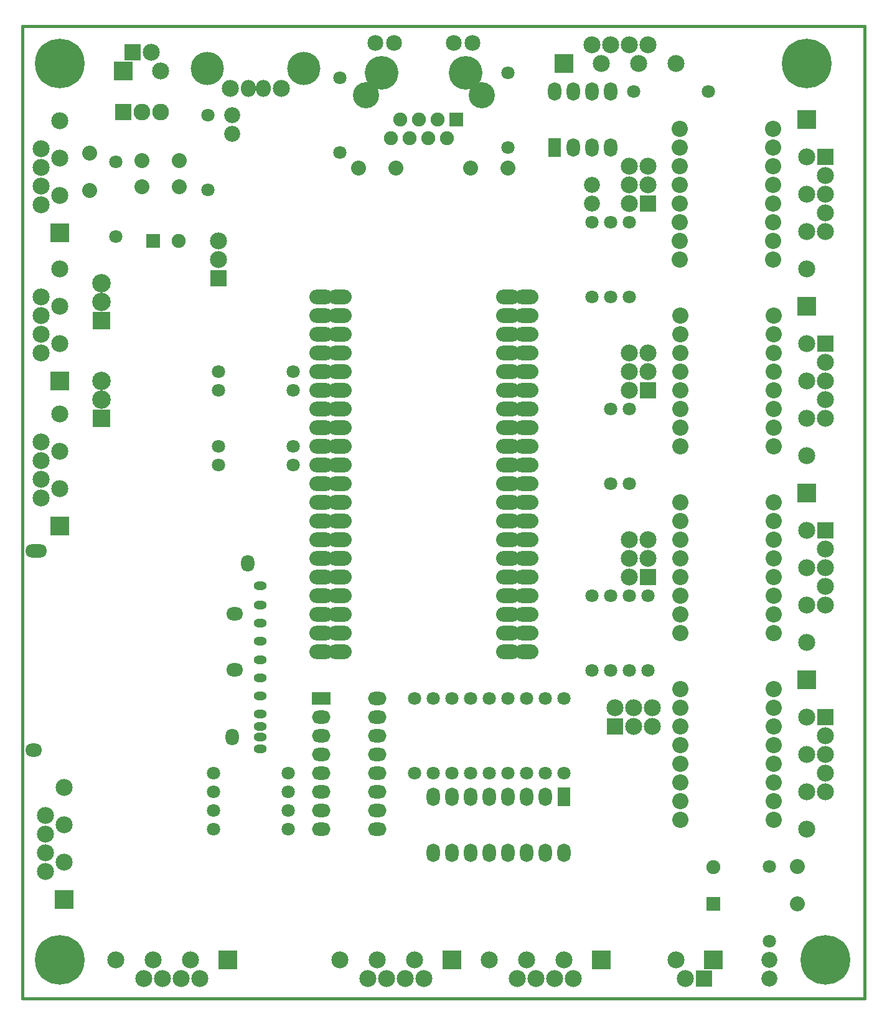
<source format=gts>
G04 (created by PCBNEW-RS274X (2011-07-09 BZR 3046)-testing) date Thu 14 Jul 2011 07:11:13 PM CEST*
G01*
G70*
G90*
%MOIN*%
G04 Gerber Fmt 3.4, Leading zero omitted, Abs format*
%FSLAX34Y34*%
G04 APERTURE LIST*
%ADD10C,0.006000*%
%ADD11C,0.015000*%
%ADD12C,0.086900*%
%ADD13R,0.098700X0.098700*%
%ADD14C,0.090900*%
%ADD15R,0.071200X0.098700*%
%ADD16O,0.071200X0.098700*%
%ADD17R,0.098700X0.071200*%
%ADD18O,0.098700X0.071200*%
%ADD19O,0.079100X0.090900*%
%ADD20C,0.177500*%
%ADD21R,0.090900X0.090900*%
%ADD22C,0.266100*%
%ADD23O,0.126300X0.079100*%
%ADD24C,0.071200*%
%ADD25C,0.180000*%
%ADD26R,0.075000X0.075000*%
%ADD27C,0.075000*%
%ADD28C,0.140000*%
%ADD29C,0.085000*%
%ADD30C,0.080000*%
%ADD31C,0.086000*%
%ADD32C,0.090000*%
%ADD33R,0.090000X0.090000*%
%ADD34C,0.098700*%
%ADD35R,0.094800X0.094800*%
%ADD36O,0.070000X0.047600*%
%ADD37O,0.070900X0.090400*%
%ADD38O,0.090400X0.070900*%
%ADD39O,0.117800X0.070900*%
G04 APERTURE END LIST*
G54D10*
G54D11*
X12008Y-66043D02*
X12008Y-13976D01*
X57087Y-66043D02*
X12008Y-66043D01*
X57087Y-13976D02*
X57087Y-66043D01*
X56988Y-13976D02*
X57087Y-13976D01*
X12008Y-13976D02*
X56988Y-13976D01*
G54D12*
X47250Y-39500D03*
X47250Y-40500D03*
X47250Y-41500D03*
X47250Y-42500D03*
X47250Y-43500D03*
X47250Y-44500D03*
X47250Y-45500D03*
X47250Y-46500D03*
X52250Y-46500D03*
X52250Y-45500D03*
X52250Y-44500D03*
X52250Y-43500D03*
X52250Y-42500D03*
X52250Y-41500D03*
X52250Y-40500D03*
X52250Y-39500D03*
G54D13*
X41000Y-16000D03*
G54D14*
X43000Y-16000D03*
X45000Y-16000D03*
X47000Y-16000D03*
X42500Y-15000D03*
X43500Y-15000D03*
X44500Y-15000D03*
X45500Y-15000D03*
G54D13*
X14000Y-25050D03*
G54D14*
X14000Y-23050D03*
X14000Y-21050D03*
X14000Y-19050D03*
X13000Y-23550D03*
X13000Y-22550D03*
X13000Y-21550D03*
X13000Y-20550D03*
G54D15*
X41000Y-55250D03*
G54D16*
X40000Y-55250D03*
X39000Y-55250D03*
X38000Y-55250D03*
X37000Y-55250D03*
X36000Y-55250D03*
X35000Y-55250D03*
X34000Y-55250D03*
X34000Y-58250D03*
X35000Y-58250D03*
X36000Y-58250D03*
X37000Y-58250D03*
X38000Y-58250D03*
X39000Y-58250D03*
X40000Y-58250D03*
X41000Y-58250D03*
G54D17*
X28000Y-50000D03*
G54D18*
X28000Y-51000D03*
X28000Y-52000D03*
X28000Y-53000D03*
X28000Y-54000D03*
X28000Y-55000D03*
X28000Y-56000D03*
X28000Y-57000D03*
X31000Y-57000D03*
X31000Y-56000D03*
X31000Y-55000D03*
X31000Y-54000D03*
X31000Y-53000D03*
X31000Y-52000D03*
X31000Y-51000D03*
X31000Y-50000D03*
G54D15*
X40500Y-20500D03*
G54D16*
X41500Y-20500D03*
X42500Y-20500D03*
X43500Y-20500D03*
X43500Y-17500D03*
X42500Y-17500D03*
X41500Y-17500D03*
X40500Y-17500D03*
G54D19*
X24105Y-17320D03*
X24895Y-17320D03*
G54D14*
X23125Y-17320D03*
G54D20*
X21915Y-16250D03*
X27085Y-16250D03*
G54D14*
X25875Y-17320D03*
G54D13*
X49000Y-64000D03*
G54D14*
X47000Y-64000D03*
G54D21*
X48500Y-65000D03*
G54D14*
X47500Y-65000D03*
G54D13*
X17400Y-16400D03*
G54D14*
X19400Y-16400D03*
G54D21*
X17900Y-15400D03*
G54D14*
X18900Y-15400D03*
G54D13*
X14000Y-33000D03*
G54D14*
X14000Y-31000D03*
X14000Y-29000D03*
X14000Y-27000D03*
X13000Y-31500D03*
X13000Y-30500D03*
X13000Y-29500D03*
X13000Y-28500D03*
G54D13*
X14250Y-60750D03*
G54D14*
X14250Y-58750D03*
X14250Y-56750D03*
X14250Y-54750D03*
X13250Y-59250D03*
X13250Y-58250D03*
X13250Y-57250D03*
X13250Y-56250D03*
G54D13*
X23000Y-64000D03*
G54D14*
X21000Y-64000D03*
X19000Y-64000D03*
X17000Y-64000D03*
X21500Y-65000D03*
X20500Y-65000D03*
X19500Y-65000D03*
X18500Y-65000D03*
G54D13*
X43000Y-64000D03*
G54D14*
X41000Y-64000D03*
X39000Y-64000D03*
X37000Y-64000D03*
X41500Y-65000D03*
X40500Y-65000D03*
X39500Y-65000D03*
X38500Y-65000D03*
G54D13*
X14000Y-40750D03*
G54D14*
X14000Y-38750D03*
X14000Y-36750D03*
X14000Y-34750D03*
X13000Y-39250D03*
X13000Y-38250D03*
X13000Y-37250D03*
X13000Y-36250D03*
G54D13*
X35000Y-64000D03*
G54D14*
X33000Y-64000D03*
X31000Y-64000D03*
X29000Y-64000D03*
X33500Y-65000D03*
X32500Y-65000D03*
X31500Y-65000D03*
X30500Y-65000D03*
G54D13*
X54000Y-49000D03*
G54D14*
X54000Y-51000D03*
X54000Y-53000D03*
X54000Y-55000D03*
G54D21*
X55000Y-51000D03*
G54D14*
X55000Y-52000D03*
X55000Y-53000D03*
X55000Y-54000D03*
X54000Y-57000D03*
X55000Y-55000D03*
G54D13*
X54000Y-39000D03*
G54D14*
X54000Y-41000D03*
X54000Y-43000D03*
X54000Y-45000D03*
G54D21*
X55000Y-41000D03*
G54D14*
X55000Y-42000D03*
X55000Y-43000D03*
X55000Y-44000D03*
X54000Y-47000D03*
X55000Y-45000D03*
G54D13*
X54000Y-19000D03*
G54D14*
X54000Y-21000D03*
X54000Y-23000D03*
X54000Y-25000D03*
G54D21*
X55000Y-21000D03*
G54D14*
X55000Y-22000D03*
X55000Y-23000D03*
X55000Y-24000D03*
X54000Y-27000D03*
X55000Y-25000D03*
G54D13*
X54000Y-29000D03*
G54D14*
X54000Y-31000D03*
X54000Y-33000D03*
X54000Y-35000D03*
G54D21*
X55000Y-31000D03*
G54D14*
X55000Y-32000D03*
X55000Y-33000D03*
X55000Y-34000D03*
X54000Y-37000D03*
X55000Y-35000D03*
G54D22*
X14000Y-16000D03*
X54000Y-16000D03*
X14000Y-64000D03*
X55000Y-64000D03*
G54D23*
X39000Y-28500D03*
X39000Y-29500D03*
X39000Y-30500D03*
X39000Y-31500D03*
X39000Y-32500D03*
X39000Y-33500D03*
X39000Y-34500D03*
X39000Y-35500D03*
X39000Y-36500D03*
X39000Y-37500D03*
X39000Y-38500D03*
X39000Y-39500D03*
X39000Y-40500D03*
X39000Y-41500D03*
X39000Y-42500D03*
X39000Y-43500D03*
X39000Y-44500D03*
X39000Y-45500D03*
X39000Y-46500D03*
X39000Y-47500D03*
X28000Y-47500D03*
X28000Y-46500D03*
X28000Y-45500D03*
X28000Y-44500D03*
X28000Y-43500D03*
X28000Y-42500D03*
X28000Y-41500D03*
X28000Y-40500D03*
X28000Y-39500D03*
X28000Y-38500D03*
X28000Y-37500D03*
X28000Y-36500D03*
X28000Y-35500D03*
X28000Y-34500D03*
X28000Y-33500D03*
X28000Y-32500D03*
X28000Y-31500D03*
X28000Y-30500D03*
X28000Y-29500D03*
X28000Y-28500D03*
X29000Y-28500D03*
X29000Y-29500D03*
X29000Y-30500D03*
X29000Y-31500D03*
X29000Y-32500D03*
X29000Y-33500D03*
X29000Y-34500D03*
X29000Y-35500D03*
X29000Y-36500D03*
X29000Y-37500D03*
X29000Y-38500D03*
X29000Y-39500D03*
X29000Y-40500D03*
X29000Y-41500D03*
X29000Y-42500D03*
X29000Y-43500D03*
X29000Y-44500D03*
X29000Y-45500D03*
X29000Y-46500D03*
X29000Y-47500D03*
X38000Y-47500D03*
X38000Y-46500D03*
X38000Y-45500D03*
X38000Y-44500D03*
X38000Y-43500D03*
X38000Y-42500D03*
X38000Y-41500D03*
X38000Y-40500D03*
X38000Y-39500D03*
X38000Y-38500D03*
X38000Y-37500D03*
X38000Y-36500D03*
X38000Y-35500D03*
X38000Y-34500D03*
X38000Y-33500D03*
X38000Y-32500D03*
X38000Y-31500D03*
X38000Y-30500D03*
X38000Y-29500D03*
X38000Y-28500D03*
G54D21*
X43750Y-51500D03*
G54D14*
X43750Y-50500D03*
X44750Y-51500D03*
X44750Y-50500D03*
X45750Y-51500D03*
X45750Y-50500D03*
G54D21*
X45500Y-23500D03*
G54D14*
X44500Y-23500D03*
X45500Y-22500D03*
X44500Y-22500D03*
X45500Y-21500D03*
X44500Y-21500D03*
G54D21*
X45500Y-43500D03*
G54D14*
X44500Y-43500D03*
X45500Y-42500D03*
X44500Y-42500D03*
X45500Y-41500D03*
X44500Y-41500D03*
G54D21*
X45500Y-33500D03*
G54D14*
X44500Y-33500D03*
X45500Y-32500D03*
X44500Y-32500D03*
X45500Y-31500D03*
X44500Y-31500D03*
G54D12*
X47200Y-19500D03*
X47200Y-20500D03*
X47200Y-21500D03*
X47200Y-22500D03*
X47200Y-23500D03*
X47200Y-24500D03*
X47200Y-25500D03*
X47200Y-26500D03*
X52200Y-26500D03*
X52200Y-25500D03*
X52200Y-24500D03*
X52200Y-23500D03*
X52200Y-22500D03*
X52200Y-21500D03*
X52200Y-20500D03*
X52200Y-19500D03*
X47250Y-29500D03*
X47250Y-30500D03*
X47250Y-31500D03*
X47250Y-32500D03*
X47250Y-33500D03*
X47250Y-34500D03*
X47250Y-35500D03*
X47250Y-36500D03*
X52250Y-36500D03*
X52250Y-35500D03*
X52250Y-34500D03*
X52250Y-33500D03*
X52250Y-32500D03*
X52250Y-31500D03*
X52250Y-30500D03*
X52250Y-29500D03*
X47250Y-49500D03*
X47250Y-50500D03*
X47250Y-51500D03*
X47250Y-52500D03*
X47250Y-53500D03*
X47250Y-54500D03*
X47250Y-55500D03*
X47250Y-56500D03*
X52250Y-56500D03*
X52250Y-55500D03*
X52250Y-54500D03*
X52250Y-53500D03*
X52250Y-52500D03*
X52250Y-51500D03*
X52250Y-50500D03*
X52250Y-49500D03*
G54D24*
X26250Y-57000D03*
X22250Y-57000D03*
X41000Y-54000D03*
X41000Y-50000D03*
X40000Y-54000D03*
X40000Y-50000D03*
X21950Y-22750D03*
X21950Y-18750D03*
X26250Y-56000D03*
X22250Y-56000D03*
X37000Y-54000D03*
X37000Y-50000D03*
X45500Y-44500D03*
X45500Y-48500D03*
X35000Y-54000D03*
X35000Y-50000D03*
X33000Y-54000D03*
X33000Y-50000D03*
X42500Y-48500D03*
X42500Y-44500D03*
X34000Y-54000D03*
X34000Y-50000D03*
X38000Y-54000D03*
X38000Y-50000D03*
X26500Y-33500D03*
X22500Y-33500D03*
X43500Y-48500D03*
X43500Y-44500D03*
X26500Y-32500D03*
X22500Y-32500D03*
X44500Y-44500D03*
X44500Y-48500D03*
X43500Y-38500D03*
X43500Y-34500D03*
X17000Y-25250D03*
X17000Y-21250D03*
X44500Y-34500D03*
X44500Y-38500D03*
X36000Y-50000D03*
X36000Y-54000D03*
X43500Y-28500D03*
X43500Y-24500D03*
X26500Y-37500D03*
X22500Y-37500D03*
X26500Y-36500D03*
X22500Y-36500D03*
X44500Y-24500D03*
X44500Y-28500D03*
X52000Y-63000D03*
X52000Y-59000D03*
X42500Y-24500D03*
X42500Y-28500D03*
X29000Y-20750D03*
X29000Y-16750D03*
X38000Y-20500D03*
X38000Y-16500D03*
X48750Y-17500D03*
X44750Y-17500D03*
X39000Y-54000D03*
X39000Y-50000D03*
X26250Y-54000D03*
X22250Y-54000D03*
X26250Y-55000D03*
X22250Y-55000D03*
G54D21*
X22500Y-27500D03*
G54D14*
X22500Y-26500D03*
X22500Y-25500D03*
G54D25*
X31250Y-16500D03*
X35750Y-16500D03*
G54D26*
X35250Y-19000D03*
G54D27*
X34750Y-20000D03*
X34250Y-19000D03*
X33750Y-20000D03*
X33250Y-19000D03*
X32750Y-20000D03*
X32250Y-19000D03*
X31750Y-20000D03*
G54D28*
X36600Y-17700D03*
X30400Y-17700D03*
G54D29*
X36100Y-14900D03*
X35110Y-14900D03*
X31890Y-14900D03*
X30900Y-14900D03*
G54D30*
X53500Y-59000D03*
X53500Y-61000D03*
X15600Y-22800D03*
X15600Y-20800D03*
X38000Y-21600D03*
X36000Y-21600D03*
X30000Y-21600D03*
X32000Y-21600D03*
X20400Y-21200D03*
X18400Y-21200D03*
X20400Y-22600D03*
X18400Y-22600D03*
G54D31*
X42500Y-23500D03*
X42500Y-22500D03*
X52000Y-64000D03*
X52000Y-65000D03*
X23250Y-18750D03*
X23250Y-19750D03*
G54D26*
X49000Y-61000D03*
G54D27*
X49000Y-59031D03*
G54D26*
X19000Y-25500D03*
G54D27*
X20378Y-25500D03*
G54D32*
X19400Y-18600D03*
X18400Y-18600D03*
G54D33*
X17400Y-18600D03*
G54D34*
X16250Y-33000D03*
X16250Y-34000D03*
G54D35*
X16250Y-35000D03*
G54D34*
X16250Y-27750D03*
X16250Y-28750D03*
G54D35*
X16250Y-29750D03*
G54D36*
X24750Y-44978D03*
X24750Y-45957D03*
X24750Y-46935D03*
X24750Y-47913D03*
X24750Y-48890D03*
X24750Y-49869D03*
X24750Y-50818D03*
X24750Y-51483D03*
X24750Y-43963D03*
X24750Y-52050D03*
X24750Y-52676D03*
G54D37*
X24081Y-42770D03*
G54D38*
X23364Y-45443D03*
X23364Y-48463D03*
X12616Y-52758D03*
G54D37*
X23222Y-52053D03*
G54D39*
X12719Y-42085D03*
M02*

</source>
